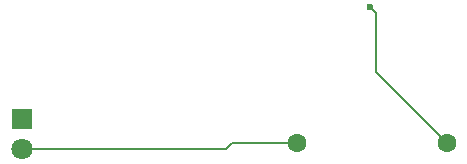
<source format=gbr>
%TF.GenerationSoftware,KiCad,Pcbnew,9.0.7*%
%TF.CreationDate,2026-01-18T00:15:26-06:00*%
%TF.ProjectId,Beginning Project KiCad,42656769-6e6e-4696-9e67-2050726f6a65,0*%
%TF.SameCoordinates,Original*%
%TF.FileFunction,Copper,L1,Top*%
%TF.FilePolarity,Positive*%
%FSLAX46Y46*%
G04 Gerber Fmt 4.6, Leading zero omitted, Abs format (unit mm)*
G04 Created by KiCad (PCBNEW 9.0.7) date 2026-01-18 00:15:26*
%MOMM*%
%LPD*%
G01*
G04 APERTURE LIST*
%TA.AperFunction,ComponentPad*%
%ADD10C,1.600000*%
%TD*%
%TA.AperFunction,ComponentPad*%
%ADD11C,1.800000*%
%TD*%
%TA.AperFunction,ComponentPad*%
%ADD12R,1.800000X1.800000*%
%TD*%
%TA.AperFunction,ViaPad*%
%ADD13C,0.600000*%
%TD*%
%TA.AperFunction,Conductor*%
%ADD14C,0.200000*%
%TD*%
G04 APERTURE END LIST*
D10*
%TO.P,R1,1*%
%TO.N,VCC*%
X160000000Y-103000000D03*
%TO.P,R1,2*%
%TO.N,/led*%
X147300000Y-103000000D03*
%TD*%
D11*
%TO.P,D2,2,A*%
%TO.N,/led*%
X124000000Y-103540000D03*
D12*
%TO.P,D2,1,K*%
%TO.N,GND*%
X124000000Y-101000000D03*
%TD*%
D13*
%TO.N,VCC*%
X153500000Y-91500000D03*
%TD*%
D14*
%TO.N,/led*%
X141260000Y-103540000D02*
X141800000Y-103000000D01*
X124000000Y-103540000D02*
X141260000Y-103540000D01*
%TO.N,VCC*%
X154000000Y-92000000D02*
X154000000Y-97000000D01*
%TO.N,/led*%
X141800000Y-103000000D02*
X147300000Y-103000000D01*
%TO.N,VCC*%
X153500000Y-91500000D02*
X154000000Y-92000000D01*
X154000000Y-97000000D02*
X160000000Y-103000000D01*
%TD*%
M02*

</source>
